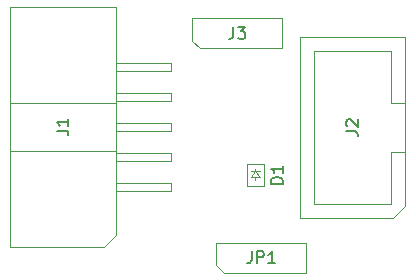
<source format=gbr>
%TF.GenerationSoftware,KiCad,Pcbnew,8.0.5-8.0.5-0~ubuntu20.04.1*%
%TF.CreationDate,2025-01-24T13:48:23+00:00*%
%TF.ProjectId,wchlinke-tagconnect,7763686c-696e-46b6-952d-746167636f6e,rev?*%
%TF.SameCoordinates,Original*%
%TF.FileFunction,AssemblyDrawing,Top*%
%FSLAX46Y46*%
G04 Gerber Fmt 4.6, Leading zero omitted, Abs format (unit mm)*
G04 Created by KiCad (PCBNEW 8.0.5-8.0.5-0~ubuntu20.04.1) date 2025-01-24 13:48:23*
%MOMM*%
%LPD*%
G01*
G04 APERTURE LIST*
%ADD10C,0.150000*%
%ADD11C,0.100000*%
G04 APERTURE END LIST*
D10*
X47804819Y-44738094D02*
X46804819Y-44738094D01*
X46804819Y-44738094D02*
X46804819Y-44499999D01*
X46804819Y-44499999D02*
X46852438Y-44357142D01*
X46852438Y-44357142D02*
X46947676Y-44261904D01*
X46947676Y-44261904D02*
X47042914Y-44214285D01*
X47042914Y-44214285D02*
X47233390Y-44166666D01*
X47233390Y-44166666D02*
X47376247Y-44166666D01*
X47376247Y-44166666D02*
X47566723Y-44214285D01*
X47566723Y-44214285D02*
X47661961Y-44261904D01*
X47661961Y-44261904D02*
X47757200Y-44357142D01*
X47757200Y-44357142D02*
X47804819Y-44499999D01*
X47804819Y-44499999D02*
X47804819Y-44738094D01*
X47804819Y-43214285D02*
X47804819Y-43785713D01*
X47804819Y-43499999D02*
X46804819Y-43499999D01*
X46804819Y-43499999D02*
X46947676Y-43595237D01*
X46947676Y-43595237D02*
X47042914Y-43690475D01*
X47042914Y-43690475D02*
X47090533Y-43785713D01*
X45166666Y-50454819D02*
X45166666Y-51169104D01*
X45166666Y-51169104D02*
X45119047Y-51311961D01*
X45119047Y-51311961D02*
X45023809Y-51407200D01*
X45023809Y-51407200D02*
X44880952Y-51454819D01*
X44880952Y-51454819D02*
X44785714Y-51454819D01*
X45642857Y-51454819D02*
X45642857Y-50454819D01*
X45642857Y-50454819D02*
X46023809Y-50454819D01*
X46023809Y-50454819D02*
X46119047Y-50502438D01*
X46119047Y-50502438D02*
X46166666Y-50550057D01*
X46166666Y-50550057D02*
X46214285Y-50645295D01*
X46214285Y-50645295D02*
X46214285Y-50788152D01*
X46214285Y-50788152D02*
X46166666Y-50883390D01*
X46166666Y-50883390D02*
X46119047Y-50931009D01*
X46119047Y-50931009D02*
X46023809Y-50978628D01*
X46023809Y-50978628D02*
X45642857Y-50978628D01*
X47166666Y-51454819D02*
X46595238Y-51454819D01*
X46880952Y-51454819D02*
X46880952Y-50454819D01*
X46880952Y-50454819D02*
X46785714Y-50597676D01*
X46785714Y-50597676D02*
X46690476Y-50692914D01*
X46690476Y-50692914D02*
X46595238Y-50740533D01*
X28664819Y-40253333D02*
X29379104Y-40253333D01*
X29379104Y-40253333D02*
X29521961Y-40300952D01*
X29521961Y-40300952D02*
X29617200Y-40396190D01*
X29617200Y-40396190D02*
X29664819Y-40539047D01*
X29664819Y-40539047D02*
X29664819Y-40634285D01*
X29664819Y-39253333D02*
X29664819Y-39824761D01*
X29664819Y-39539047D02*
X28664819Y-39539047D01*
X28664819Y-39539047D02*
X28807676Y-39634285D01*
X28807676Y-39634285D02*
X28902914Y-39729523D01*
X28902914Y-39729523D02*
X28950533Y-39824761D01*
X43626666Y-31454819D02*
X43626666Y-32169104D01*
X43626666Y-32169104D02*
X43579047Y-32311961D01*
X43579047Y-32311961D02*
X43483809Y-32407200D01*
X43483809Y-32407200D02*
X43340952Y-32454819D01*
X43340952Y-32454819D02*
X43245714Y-32454819D01*
X44007619Y-31454819D02*
X44626666Y-31454819D01*
X44626666Y-31454819D02*
X44293333Y-31835771D01*
X44293333Y-31835771D02*
X44436190Y-31835771D01*
X44436190Y-31835771D02*
X44531428Y-31883390D01*
X44531428Y-31883390D02*
X44579047Y-31931009D01*
X44579047Y-31931009D02*
X44626666Y-32026247D01*
X44626666Y-32026247D02*
X44626666Y-32264342D01*
X44626666Y-32264342D02*
X44579047Y-32359580D01*
X44579047Y-32359580D02*
X44531428Y-32407200D01*
X44531428Y-32407200D02*
X44436190Y-32454819D01*
X44436190Y-32454819D02*
X44150476Y-32454819D01*
X44150476Y-32454819D02*
X44055238Y-32407200D01*
X44055238Y-32407200D02*
X44007619Y-32359580D01*
X53184819Y-40293333D02*
X53899104Y-40293333D01*
X53899104Y-40293333D02*
X54041961Y-40340952D01*
X54041961Y-40340952D02*
X54137200Y-40436190D01*
X54137200Y-40436190D02*
X54184819Y-40579047D01*
X54184819Y-40579047D02*
X54184819Y-40674285D01*
X53280057Y-39864761D02*
X53232438Y-39817142D01*
X53232438Y-39817142D02*
X53184819Y-39721904D01*
X53184819Y-39721904D02*
X53184819Y-39483809D01*
X53184819Y-39483809D02*
X53232438Y-39388571D01*
X53232438Y-39388571D02*
X53280057Y-39340952D01*
X53280057Y-39340952D02*
X53375295Y-39293333D01*
X53375295Y-39293333D02*
X53470533Y-39293333D01*
X53470533Y-39293333D02*
X53613390Y-39340952D01*
X53613390Y-39340952D02*
X54184819Y-39912380D01*
X54184819Y-39912380D02*
X54184819Y-39293333D01*
D11*
%TO.C,D1*%
X44800000Y-43100000D02*
X46200000Y-43100000D01*
X44800000Y-44900000D02*
X44800000Y-43100000D01*
X45150000Y-44200000D02*
X45500000Y-43700000D01*
X45500000Y-43700000D02*
X45500000Y-43500000D01*
X45500000Y-43700000D02*
X45850000Y-44200000D01*
X45500000Y-44200000D02*
X45500000Y-44450000D01*
X45850000Y-43700000D02*
X45150000Y-43700000D01*
X45850000Y-44200000D02*
X45150000Y-44200000D01*
X46200000Y-43100000D02*
X46200000Y-44900000D01*
X46200000Y-44900000D02*
X44800000Y-44900000D01*
%TO.C,JP1*%
X42190000Y-49730000D02*
X49810000Y-49730000D01*
X42190000Y-51635000D02*
X42190000Y-49730000D01*
X42825000Y-52270000D02*
X42190000Y-51635000D01*
X49810000Y-49730000D02*
X49810000Y-52270000D01*
X49810000Y-52270000D02*
X42825000Y-52270000D01*
%TO.C,J1*%
X24760000Y-29740000D02*
X33660000Y-29740000D01*
X24760000Y-50100000D02*
X24760000Y-29740000D01*
X32660000Y-50100000D02*
X24760000Y-50100000D01*
X33660000Y-29740000D02*
X33660000Y-49100000D01*
X33660000Y-35160000D02*
X38360000Y-35160000D01*
X33660000Y-37700000D02*
X38360000Y-37700000D01*
X33660000Y-37870000D02*
X24760000Y-37870000D01*
X33660000Y-40240000D02*
X38360000Y-40240000D01*
X33660000Y-41970000D02*
X24760000Y-41970000D01*
X33660000Y-42780000D02*
X38360000Y-42780000D01*
X33660000Y-45320000D02*
X38360000Y-45320000D01*
X33660000Y-49100000D02*
X32660000Y-50100000D01*
X38360000Y-34520000D02*
X33660000Y-34520000D01*
X38360000Y-35160000D02*
X38360000Y-34520000D01*
X38360000Y-37060000D02*
X33660000Y-37060000D01*
X38360000Y-37700000D02*
X38360000Y-37060000D01*
X38360000Y-39600000D02*
X33660000Y-39600000D01*
X38360000Y-40240000D02*
X38360000Y-39600000D01*
X38360000Y-42140000D02*
X33660000Y-42140000D01*
X38360000Y-42780000D02*
X38360000Y-42140000D01*
X38360000Y-44680000D02*
X33660000Y-44680000D01*
X38360000Y-45320000D02*
X38360000Y-44680000D01*
%TO.C,J3*%
X40150000Y-30730000D02*
X47770000Y-30730000D01*
X40150000Y-32635000D02*
X40150000Y-30730000D01*
X40785000Y-33270000D02*
X40150000Y-32635000D01*
X47770000Y-30730000D02*
X47770000Y-33270000D01*
X47770000Y-33270000D02*
X40785000Y-33270000D01*
%TO.C,J2*%
X49280000Y-32320000D02*
X58180000Y-32320000D01*
X49280000Y-47600000D02*
X49280000Y-32320000D01*
X50480000Y-33510000D02*
X56980000Y-33510000D01*
X50480000Y-46410000D02*
X50480000Y-33510000D01*
X56980000Y-33510000D02*
X56980000Y-37910000D01*
X56980000Y-37910000D02*
X56980000Y-37910000D01*
X56980000Y-37910000D02*
X58180000Y-37910000D01*
X56980000Y-42010000D02*
X56980000Y-46410000D01*
X56980000Y-46410000D02*
X50480000Y-46410000D01*
X57180000Y-47600000D02*
X49280000Y-47600000D01*
X58180000Y-32320000D02*
X58180000Y-46600000D01*
X58180000Y-42010000D02*
X56980000Y-42010000D01*
X58180000Y-46600000D02*
X57180000Y-47600000D01*
%TD*%
M02*

</source>
